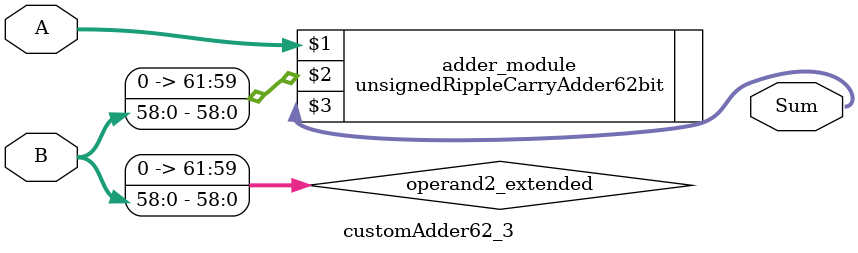
<source format=v>
module customAdder62_3(
                        input [61 : 0] A,
                        input [58 : 0] B,
                        
                        output [62 : 0] Sum
                );

        wire [61 : 0] operand2_extended;
        
        assign operand2_extended =  {3'b0, B};
        
        unsignedRippleCarryAdder62bit adder_module(
            A,
            operand2_extended,
            Sum
        );
        
        endmodule
        
</source>
